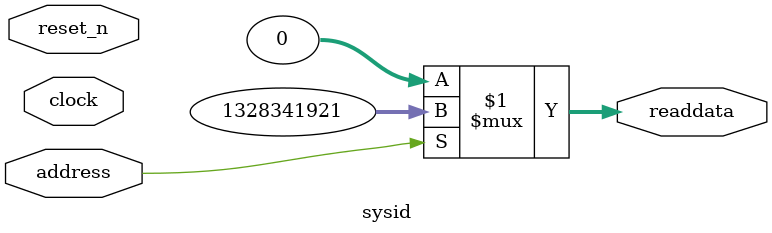
<source format=v>

`timescale 1ns / 1ps
// synthesis translate_on

// turn off superfluous verilog processor warnings 
// altera message_level Level1 
// altera message_off 10034 10035 10036 10037 10230 10240 10030 

module sysid (
               // inputs:
                address,
                clock,
                reset_n,

               // outputs:
                readdata
             )
;

  output  [ 31: 0] readdata;
  input            address;
  input            clock;
  input            reset_n;

  wire    [ 31: 0] readdata;
  //control_slave, which is an e_avalon_slave
  assign readdata = address ? 1328341921 : 0;

endmodule


</source>
